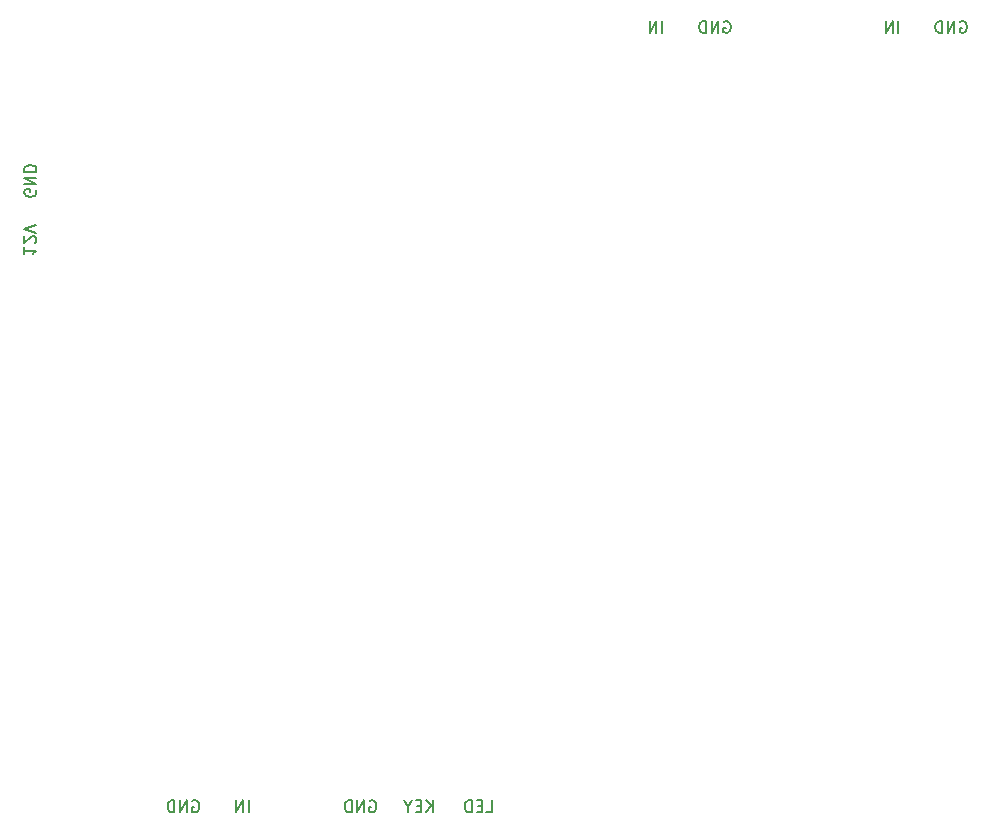
<source format=gbo>
G04 #@! TF.GenerationSoftware,KiCad,Pcbnew,(5.1.7)-1*
G04 #@! TF.CreationDate,2022-09-30T21:09:14+02:00*
G04 #@! TF.ProjectId,Zaehler-Modul,5a616568-6c65-4722-9d4d-6f64756c2e6b,rev?*
G04 #@! TF.SameCoordinates,Original*
G04 #@! TF.FileFunction,Legend,Bot*
G04 #@! TF.FilePolarity,Positive*
%FSLAX46Y46*%
G04 Gerber Fmt 4.6, Leading zero omitted, Abs format (unit mm)*
G04 Created by KiCad (PCBNEW (5.1.7)-1) date 2022-09-30 21:09:14*
%MOMM*%
%LPD*%
G01*
G04 APERTURE LIST*
%ADD10C,0.150000*%
%ADD11C,1.600000*%
%ADD12O,1.600000X1.600000*%
%ADD13C,2.000000*%
%ADD14C,2.500000*%
%ADD15C,5.600000*%
%ADD16R,1.600000X1.600000*%
%ADD17C,1.440000*%
%ADD18R,1.700000X1.700000*%
%ADD19O,1.700000X1.700000*%
G04 APERTURE END LIST*
D10*
X81297619Y-96619047D02*
X81297619Y-97190476D01*
X81297619Y-96904761D02*
X82297619Y-96904761D01*
X82154761Y-97000000D01*
X82059523Y-97095238D01*
X82011904Y-97190476D01*
X82202380Y-96238095D02*
X82250000Y-96190476D01*
X82297619Y-96095238D01*
X82297619Y-95857142D01*
X82250000Y-95761904D01*
X82202380Y-95714285D01*
X82107142Y-95666666D01*
X82011904Y-95666666D01*
X81869047Y-95714285D01*
X81297619Y-96285714D01*
X81297619Y-95666666D01*
X82297619Y-95380952D02*
X81297619Y-95047619D01*
X82297619Y-94714285D01*
X82250000Y-91761904D02*
X82297619Y-91857142D01*
X82297619Y-92000000D01*
X82250000Y-92142857D01*
X82154761Y-92238095D01*
X82059523Y-92285714D01*
X81869047Y-92333333D01*
X81726190Y-92333333D01*
X81535714Y-92285714D01*
X81440476Y-92238095D01*
X81345238Y-92142857D01*
X81297619Y-92000000D01*
X81297619Y-91904761D01*
X81345238Y-91761904D01*
X81392857Y-91714285D01*
X81726190Y-91714285D01*
X81726190Y-91904761D01*
X81297619Y-91285714D02*
X82297619Y-91285714D01*
X81297619Y-90714285D01*
X82297619Y-90714285D01*
X81297619Y-90238095D02*
X82297619Y-90238095D01*
X82297619Y-90000000D01*
X82250000Y-89857142D01*
X82154761Y-89761904D01*
X82059523Y-89714285D01*
X81869047Y-89666666D01*
X81726190Y-89666666D01*
X81535714Y-89714285D01*
X81440476Y-89761904D01*
X81345238Y-89857142D01*
X81297619Y-90000000D01*
X81297619Y-90238095D01*
X140511904Y-77500000D02*
X140607142Y-77452380D01*
X140750000Y-77452380D01*
X140892857Y-77500000D01*
X140988095Y-77595238D01*
X141035714Y-77690476D01*
X141083333Y-77880952D01*
X141083333Y-78023809D01*
X141035714Y-78214285D01*
X140988095Y-78309523D01*
X140892857Y-78404761D01*
X140750000Y-78452380D01*
X140654761Y-78452380D01*
X140511904Y-78404761D01*
X140464285Y-78357142D01*
X140464285Y-78023809D01*
X140654761Y-78023809D01*
X140035714Y-78452380D02*
X140035714Y-77452380D01*
X139464285Y-78452380D01*
X139464285Y-77452380D01*
X138988095Y-78452380D02*
X138988095Y-77452380D01*
X138750000Y-77452380D01*
X138607142Y-77500000D01*
X138511904Y-77595238D01*
X138464285Y-77690476D01*
X138416666Y-77880952D01*
X138416666Y-78023809D01*
X138464285Y-78214285D01*
X138511904Y-78309523D01*
X138607142Y-78404761D01*
X138750000Y-78452380D01*
X138988095Y-78452380D01*
X135273809Y-78452380D02*
X135273809Y-77452380D01*
X134797619Y-78452380D02*
X134797619Y-77452380D01*
X134226190Y-78452380D01*
X134226190Y-77452380D01*
X160511904Y-77500000D02*
X160607142Y-77452380D01*
X160750000Y-77452380D01*
X160892857Y-77500000D01*
X160988095Y-77595238D01*
X161035714Y-77690476D01*
X161083333Y-77880952D01*
X161083333Y-78023809D01*
X161035714Y-78214285D01*
X160988095Y-78309523D01*
X160892857Y-78404761D01*
X160750000Y-78452380D01*
X160654761Y-78452380D01*
X160511904Y-78404761D01*
X160464285Y-78357142D01*
X160464285Y-78023809D01*
X160654761Y-78023809D01*
X160035714Y-78452380D02*
X160035714Y-77452380D01*
X159464285Y-78452380D01*
X159464285Y-77452380D01*
X158988095Y-78452380D02*
X158988095Y-77452380D01*
X158750000Y-77452380D01*
X158607142Y-77500000D01*
X158511904Y-77595238D01*
X158464285Y-77690476D01*
X158416666Y-77880952D01*
X158416666Y-78023809D01*
X158464285Y-78214285D01*
X158511904Y-78309523D01*
X158607142Y-78404761D01*
X158750000Y-78452380D01*
X158988095Y-78452380D01*
X155273809Y-78452380D02*
X155273809Y-77452380D01*
X154797619Y-78452380D02*
X154797619Y-77452380D01*
X154226190Y-78452380D01*
X154226190Y-77452380D01*
X100273809Y-144452380D02*
X100273809Y-143452380D01*
X99797619Y-144452380D02*
X99797619Y-143452380D01*
X99226190Y-144452380D01*
X99226190Y-143452380D01*
X95511904Y-143500000D02*
X95607142Y-143452380D01*
X95750000Y-143452380D01*
X95892857Y-143500000D01*
X95988095Y-143595238D01*
X96035714Y-143690476D01*
X96083333Y-143880952D01*
X96083333Y-144023809D01*
X96035714Y-144214285D01*
X95988095Y-144309523D01*
X95892857Y-144404761D01*
X95750000Y-144452380D01*
X95654761Y-144452380D01*
X95511904Y-144404761D01*
X95464285Y-144357142D01*
X95464285Y-144023809D01*
X95654761Y-144023809D01*
X95035714Y-144452380D02*
X95035714Y-143452380D01*
X94464285Y-144452380D01*
X94464285Y-143452380D01*
X93988095Y-144452380D02*
X93988095Y-143452380D01*
X93750000Y-143452380D01*
X93607142Y-143500000D01*
X93511904Y-143595238D01*
X93464285Y-143690476D01*
X93416666Y-143880952D01*
X93416666Y-144023809D01*
X93464285Y-144214285D01*
X93511904Y-144309523D01*
X93607142Y-144404761D01*
X93750000Y-144452380D01*
X93988095Y-144452380D01*
X110511904Y-143500000D02*
X110607142Y-143452380D01*
X110750000Y-143452380D01*
X110892857Y-143500000D01*
X110988095Y-143595238D01*
X111035714Y-143690476D01*
X111083333Y-143880952D01*
X111083333Y-144023809D01*
X111035714Y-144214285D01*
X110988095Y-144309523D01*
X110892857Y-144404761D01*
X110750000Y-144452380D01*
X110654761Y-144452380D01*
X110511904Y-144404761D01*
X110464285Y-144357142D01*
X110464285Y-144023809D01*
X110654761Y-144023809D01*
X110035714Y-144452380D02*
X110035714Y-143452380D01*
X109464285Y-144452380D01*
X109464285Y-143452380D01*
X108988095Y-144452380D02*
X108988095Y-143452380D01*
X108750000Y-143452380D01*
X108607142Y-143500000D01*
X108511904Y-143595238D01*
X108464285Y-143690476D01*
X108416666Y-143880952D01*
X108416666Y-144023809D01*
X108464285Y-144214285D01*
X108511904Y-144309523D01*
X108607142Y-144404761D01*
X108750000Y-144452380D01*
X108988095Y-144452380D01*
X115892857Y-144452380D02*
X115892857Y-143452380D01*
X115321428Y-144452380D02*
X115750000Y-143880952D01*
X115321428Y-143452380D02*
X115892857Y-144023809D01*
X114892857Y-143928571D02*
X114559523Y-143928571D01*
X114416666Y-144452380D02*
X114892857Y-144452380D01*
X114892857Y-143452380D01*
X114416666Y-143452380D01*
X113797619Y-143976190D02*
X113797619Y-144452380D01*
X114130952Y-143452380D02*
X113797619Y-143976190D01*
X113464285Y-143452380D01*
X120392857Y-144452380D02*
X120869047Y-144452380D01*
X120869047Y-143452380D01*
X120059523Y-143928571D02*
X119726190Y-143928571D01*
X119583333Y-144452380D02*
X120059523Y-144452380D01*
X120059523Y-143452380D01*
X119583333Y-143452380D01*
X119154761Y-144452380D02*
X119154761Y-143452380D01*
X118916666Y-143452380D01*
X118773809Y-143500000D01*
X118678571Y-143595238D01*
X118630952Y-143690476D01*
X118583333Y-143880952D01*
X118583333Y-144023809D01*
X118630952Y-144214285D01*
X118678571Y-144309523D01*
X118773809Y-144404761D01*
X118916666Y-144452380D01*
X119154761Y-144452380D01*
%LPC*%
D11*
X165750000Y-132000000D03*
D12*
X160670000Y-132000000D03*
D11*
X165750000Y-128500000D03*
D12*
X160670000Y-128500000D03*
D11*
X165750000Y-125000000D03*
D12*
X160670000Y-125000000D03*
D11*
X165750000Y-121500000D03*
D12*
X160670000Y-121500000D03*
D11*
X165750000Y-118000000D03*
D12*
X160670000Y-118000000D03*
D11*
X165750000Y-114500000D03*
D12*
X160670000Y-114500000D03*
D11*
X165750000Y-111000000D03*
D12*
X160670000Y-111000000D03*
D11*
X165750000Y-107500000D03*
D12*
X160670000Y-107500000D03*
D13*
X169750000Y-132000000D03*
X169750000Y-128500000D03*
X169750000Y-125000000D03*
X169750000Y-121500000D03*
X169750000Y-118000000D03*
X169750000Y-114500000D03*
X169750000Y-111000000D03*
X169750000Y-107500000D03*
X169750000Y-104000000D03*
X169750000Y-100500000D03*
X169750000Y-97000000D03*
X169750000Y-93500000D03*
X169750000Y-90000000D03*
D14*
X109750000Y-141000000D03*
X94750000Y-141000000D03*
D15*
X169750000Y-81000000D03*
X169750000Y-141000000D03*
X84750000Y-141000000D03*
X84750000Y-81000000D03*
D14*
X84750000Y-91000000D03*
X84750000Y-96000000D03*
X139750000Y-81000000D03*
X134750000Y-81000000D03*
X154750000Y-81000000D03*
X159750000Y-81000000D03*
D12*
X157290000Y-90000000D03*
X154750000Y-90000000D03*
X152210000Y-90000000D03*
X149670000Y-90000000D03*
X147130000Y-90000000D03*
D16*
X144590000Y-90000000D03*
D17*
X113250000Y-83250000D03*
X115790000Y-83250000D03*
X118330000Y-83250000D03*
D18*
X112000000Y-96000000D03*
D19*
X114540000Y-96000000D03*
X112000000Y-98540000D03*
X114540000Y-98540000D03*
X112000000Y-101080000D03*
X114540000Y-101080000D03*
X112000000Y-103620000D03*
X114540000Y-103620000D03*
X112000000Y-106160000D03*
X114540000Y-106160000D03*
D14*
X99750000Y-141000000D03*
X114750000Y-141000000D03*
X119750000Y-141000000D03*
M02*

</source>
